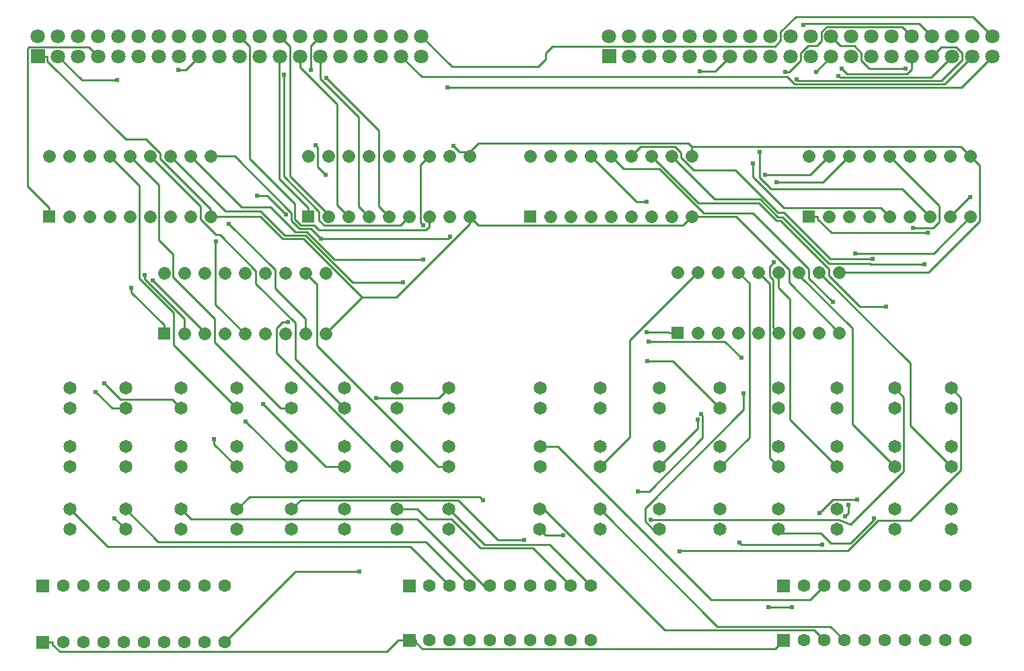
<source format=gtl>
G04 Layer: TopLayer*
G04 EasyEDA v6.4.19.4, 2021-04-30T18:59:06+02:00*
G04 9f706370d961430f8c96474a389d8511,2e57c490b2cc43cca34809fe9e8c30bf,10*
G04 Gerber Generator version 0.2*
G04 Scale: 100 percent, Rotated: No, Reflected: No *
G04 Dimensions in millimeters *
G04 leading zeros omitted , absolute positions ,4 integer and 5 decimal *
%FSLAX45Y45*%
%MOMM*%

%ADD10C,0.2540*%
%ADD11C,0.2600*%
%ADD12C,0.6100*%
%ADD13C,0.6096*%
%ADD14R,1.6000X1.6000*%
%ADD16C,1.8000*%
%ADD17C,1.6510*%
%ADD18C,1.6000*%

%LPD*%
D11*
X12852400Y8991600D02*
G01*
X12502895Y8642095D01*
X10612627Y8642095D01*
X10520172Y8734552D01*
X5921247Y8734552D01*
X5664200Y8991600D01*
X11874500Y4813300D02*
G01*
X11986259Y4701539D01*
X11986259Y3765295D01*
X11376913Y3155950D01*
X11315700Y3098800D01*
X11175491Y3155950D01*
X8802370Y3155950D01*
D10*
X11290300Y3340100D02*
G01*
X11290300Y3238500D01*
X11252200Y3200400D01*
D11*
X11610593Y3158236D02*
G01*
X11313668Y2861563D01*
X11070336Y2861563D01*
X10947400Y2984500D01*
X10445750Y2984500D01*
X10414000Y3016250D01*
D10*
X9918700Y2870200D02*
G01*
X9944100Y2844800D01*
X10960100Y2844800D01*
D11*
X12585700Y4813300D02*
G01*
X12707106Y4691887D01*
X12707106Y3785107D01*
X12069577Y3147311D01*
X11664950Y3147311D01*
X11286230Y2768600D01*
X9169400Y2768600D01*
X9169400Y2755900D01*
X7416800Y4076700D02*
G01*
X7634986Y4076700D01*
X9565386Y2146300D01*
X10807700Y2146300D01*
X10985500Y2324100D01*
D10*
X10287000Y2057400D02*
G01*
X10579100Y2057400D01*
D11*
X7404100Y3289300D02*
G01*
X7458199Y3289300D01*
X8983723Y1764029D01*
X10859770Y1764029D01*
X10985500Y1638300D01*
X11239500Y1638300D02*
G01*
X11066523Y1811276D01*
X9644123Y1811276D01*
X8166100Y3289300D01*
X6273800Y2324100D02*
G01*
X5781040Y2816860D01*
X1971040Y2816860D01*
X1971040Y2816860D01*
X1498600Y3289300D01*
X6527800Y2324100D02*
G01*
X5973063Y2878836D01*
X2607563Y2878836D01*
X2197100Y3289300D01*
X2895600Y3289300D02*
G01*
X3022600Y3162300D01*
X5862574Y3162300D01*
X6700774Y2324100D01*
X6781800Y2324100D01*
X3594100Y3289300D02*
G01*
X3753104Y3448304D01*
X6649974Y3448304D01*
X6692391Y3405886D01*
X7212584Y2903220D02*
G01*
X6882129Y2903220D01*
X6379463Y3405886D01*
X4396486Y3405886D01*
X4279900Y3289300D01*
X7797800Y2324100D02*
G01*
X7320788Y2801112D01*
X6656324Y2801112D01*
X6295136Y3162300D01*
X5993638Y3162300D01*
X5866638Y3289300D01*
X5613400Y3289300D01*
X8051800Y2324100D02*
G01*
X7532624Y2843276D01*
X6707124Y2843276D01*
X6261100Y3289300D01*
X3441700Y1612900D02*
G01*
X4329938Y2501137D01*
X5132834Y2501137D01*
X6261100Y4813300D02*
G01*
X6137147Y4689347D01*
X5348731Y4689347D01*
X5918200Y9245600D02*
G01*
X6301993Y8861805D01*
X7389875Y8861805D01*
X7480300Y8952229D01*
X7480300Y9033763D01*
X7565136Y9118600D01*
X10366756Y9118600D01*
X10439400Y9191244D01*
X10439400Y9299702D01*
X10631424Y9491726D01*
X12860274Y9491726D01*
X13106400Y9245600D01*
X13106400Y8991600D02*
G01*
X12714477Y8599678D01*
X6242304Y8599678D01*
X2679700Y5499100D02*
G01*
X2679700Y5608320D01*
X2679700Y5608320D02*
G01*
X2266188Y6021831D01*
X2266188Y6078981D01*
X2432811Y6242304D02*
G01*
X2432811Y6189726D01*
X2933700Y5688837D01*
X2933700Y5499100D01*
X2533395Y6173470D02*
G01*
X3187700Y5519420D01*
X3187700Y5499100D01*
X3695700Y5499100D02*
G01*
X3325622Y5869178D01*
X3325622Y6655054D01*
X3332988Y6662420D01*
X4584700Y7869936D02*
G01*
X4607813Y7846821D01*
X4607813Y7604505D01*
X4711191Y7501381D01*
X4648200Y9245600D02*
G01*
X4527804Y9125204D01*
X4527804Y8823452D01*
X3850640Y7236968D02*
G01*
X3980688Y7236968D01*
X4216654Y7001002D01*
X4457700Y5499100D02*
G01*
X4457700Y5689092D01*
X4076700Y6070092D01*
X4076700Y6302247D01*
X3496056Y6882892D01*
X6261100Y3822700D02*
G01*
X6130797Y3822700D01*
X4602479Y5351018D01*
X4602479Y6116320D01*
X4457700Y6261100D01*
X5613400Y3822700D02*
G01*
X5529579Y3822700D01*
X4093209Y5259070D01*
X4093209Y5567934D01*
X4167124Y5641847D01*
X4238752Y5641847D01*
X4953000Y3822700D02*
G01*
X4717034Y3822700D01*
X3926331Y4613402D01*
X4279900Y3822700D02*
G01*
X3709415Y4393184D01*
X3594100Y3822700D02*
G01*
X3308858Y4107942D01*
X3308858Y4175252D01*
X10795000Y6972300D02*
G01*
X10904220Y6972300D01*
X10904220Y6972300D02*
G01*
X10904220Y6944868D01*
X11077447Y6771639D01*
X12292329Y6771639D01*
X11074400Y8991600D02*
G01*
X11074400Y8988297D01*
X10885170Y8799068D01*
X11811000Y6972300D02*
G01*
X11701779Y7081520D01*
X10480040Y7081520D01*
X10085577Y7475981D01*
X10085577Y7645654D01*
X11074400Y9245600D02*
G01*
X11193779Y9126220D01*
X11364213Y9126220D01*
X11455400Y9035034D01*
X11455400Y8935465D01*
X11552174Y8838945D01*
X12007595Y8838945D01*
X10172445Y7786623D02*
G01*
X10172445Y7469378D01*
X10320274Y7321804D01*
X11969495Y7321804D01*
X12319000Y6972300D01*
X12820395Y7218934D02*
G01*
X12819634Y7218934D01*
X12573000Y6972300D01*
X7404100Y3035300D02*
G01*
X7478013Y2961386D01*
X7701788Y2961386D01*
X9440163Y4489957D02*
G01*
X9457690Y4472178D01*
X9457690Y4188713D01*
X8782304Y3513073D01*
X8643874Y3513073D01*
X10243820Y7498334D02*
G01*
X10813034Y7498334D01*
X11049000Y7734300D01*
X10930890Y3244850D02*
G01*
X11097768Y3411981D01*
X11397995Y3411981D01*
X12103608Y6834378D02*
G01*
X12358370Y6834378D01*
X12431268Y6907276D01*
X12431268Y7114031D01*
X11811000Y7734300D01*
X10387329Y7404608D02*
G01*
X10973308Y7404608D01*
X11303000Y7734300D01*
X8915400Y3035300D02*
G01*
X8831834Y3035300D01*
X8731758Y3135376D01*
X8731758Y3301745D01*
X9974325Y4544568D01*
X9974325Y4749037D01*
X12090400Y9245600D02*
G01*
X11971274Y9364726D01*
X11017504Y9364726D01*
X10955274Y9302495D01*
X10955274Y9184131D01*
X10897361Y9126220D01*
X10784586Y9126220D01*
X10693400Y9035034D01*
X10693400Y8939021D01*
X10548874Y8794495D01*
X10494772Y8794495D01*
X8753602Y5514847D02*
G01*
X9031731Y5514847D01*
X9034779Y5511800D01*
X9144000Y5511800D02*
G01*
X9034779Y5511800D01*
X12344400Y9245600D02*
G01*
X12182856Y9407144D01*
X10743184Y9407144D01*
X10722102Y9386062D01*
X12598400Y8991600D02*
G01*
X12333477Y8726678D01*
X11186413Y8726678D01*
X11165331Y8747760D01*
X9942068Y5193029D02*
G01*
X9732518Y5402579D01*
X8776461Y5402579D01*
X12344400Y8991600D02*
G01*
X12463779Y9110726D01*
X12649200Y9110726D01*
X12725400Y9034526D01*
X12725400Y8947658D01*
X12462256Y8684260D01*
X10657586Y8684260D01*
X10640059Y8701786D01*
X10351261Y6395465D02*
G01*
X10299700Y6343904D01*
X10299700Y6224523D01*
X10344404Y6180073D01*
X10344404Y5581395D01*
X10414000Y5511800D01*
X12090400Y8991600D02*
G01*
X12090400Y8831834D01*
X12027408Y8768842D01*
X11278870Y8768842D01*
X11206988Y8840724D01*
X8166100Y3822700D02*
G01*
X8540750Y4197350D01*
X8540750Y5416550D01*
X9398000Y6273800D01*
X10922000Y6273800D02*
G01*
X12070588Y5125212D01*
X12070588Y4337812D01*
X12585700Y3822700D01*
X11874500Y3822700D02*
G01*
X11339068Y4358131D01*
X11339068Y5571489D01*
X10668000Y6242557D01*
X10668000Y6273800D01*
X11150600Y3822700D02*
G01*
X10558779Y4414520D01*
X10558779Y5934710D01*
X10414000Y6079744D01*
X10414000Y6273800D01*
X10414000Y3822700D02*
G01*
X10301986Y3934713D01*
X10301986Y6131813D01*
X10160000Y6273800D01*
X9906000Y6273800D02*
G01*
X10045191Y6134607D01*
X10045191Y4190492D01*
X9677400Y3822700D01*
X8915400Y3822700D02*
G01*
X9398000Y4305300D01*
X9398000Y4420615D01*
X9804400Y8991600D02*
G01*
X9616947Y8804147D01*
X9417304Y8804147D01*
X9067800Y7734300D02*
G01*
X9610597Y7191502D01*
X10178541Y7191502D01*
X10403586Y6966712D01*
X10463275Y6966712D01*
X11045697Y6384289D01*
X11563858Y6384289D01*
X11570208Y6377939D01*
X12248895Y6377939D01*
X11768581Y5844539D02*
G01*
X11437365Y5844539D01*
X11049000Y6232652D01*
X11049000Y6311137D01*
X10435843Y6924294D01*
X10386059Y6924294D01*
X10163302Y7146797D01*
X9401302Y7146797D01*
X8813800Y7734300D01*
X8559800Y7734300D02*
G01*
X8678672Y7853171D01*
X9105391Y7853171D01*
X9179813Y7778750D01*
X9179813Y7721854D01*
X9341611Y7560055D01*
X9869931Y7560055D01*
X10406125Y7023862D01*
X10480547Y7023862D01*
X11064747Y6439662D01*
X11593068Y6439662D01*
X11099038Y5895847D02*
G01*
X10795000Y6199886D01*
X10795000Y6312154D01*
X10092436Y7014718D01*
X9473691Y7014718D01*
X8915400Y7572755D01*
X8467343Y7572755D01*
X8305800Y7734300D01*
X9677400Y4559300D02*
G01*
X9081770Y5154929D01*
X8762491Y5154929D01*
X8051800Y7734300D02*
G01*
X8625840Y7160260D01*
X8747759Y7160260D01*
X4495800Y6972300D02*
G01*
X4495800Y7081520D01*
X4140200Y8991600D02*
G01*
X4127500Y8978900D01*
X4127500Y7449820D01*
X4495800Y7081520D01*
X4140200Y9245600D02*
G01*
X4267200Y9118600D01*
X4267200Y7479537D01*
X4749800Y6996937D01*
X4749800Y6972300D01*
X5003800Y6972300D02*
G01*
X4859020Y7117079D01*
X4859020Y8392921D01*
X4394200Y8857742D01*
X4394200Y8991600D01*
X5257800Y6972300D02*
G01*
X5130800Y7099300D01*
X5130800Y8225536D01*
X4648200Y8708136D01*
X4648200Y8991600D01*
X5511800Y6972300D02*
G01*
X5384800Y7099300D01*
X5384800Y8057895D01*
X4723384Y8719312D01*
X4191000Y8759444D02*
G01*
X4191254Y8759444D01*
X4191254Y7479792D01*
X4632706Y7038086D01*
X4632706Y6924294D01*
X4694936Y6862063D01*
X5655818Y6862063D01*
X5765800Y6972300D01*
X3632200Y9245600D02*
G01*
X3759200Y9118600D01*
X3759200Y7701787D01*
X4323588Y7137145D01*
X4323588Y6941820D01*
X4402327Y6863079D01*
X4568190Y6863079D01*
X4629404Y6802120D01*
X5976874Y6802120D01*
X6019800Y6845045D01*
X6019800Y6972300D01*
X2197100Y3035300D02*
G01*
X2057400Y3175000D01*
X5941568Y6865112D02*
G01*
X5910579Y6895845D01*
X5910579Y7625079D01*
X6019800Y7734300D01*
X1854200Y8991600D02*
G01*
X1735073Y9110726D01*
X980694Y9110726D01*
X959612Y9089897D01*
X959612Y7353808D01*
X1231900Y7081520D01*
X1231900Y6972300D02*
G01*
X1231900Y7081520D01*
X1346200Y8991600D02*
G01*
X1644395Y8693404D01*
X2084577Y8693404D01*
X3124200Y8991600D02*
G01*
X2955290Y8822436D01*
X2859531Y8822436D01*
X2197100Y4559300D02*
G01*
X2026411Y4559300D01*
X1817115Y4768595D01*
X9321800Y6972300D02*
G01*
X9212579Y6863079D01*
X6637020Y6863079D01*
X6527800Y6972300D01*
X4711700Y5499100D02*
G01*
X5171693Y5958839D01*
X1211326Y8991600D02*
G01*
X1211326Y8931910D01*
X2196338Y7946897D01*
X2449322Y7946897D01*
X2628900Y7767320D01*
X2628900Y7700771D01*
X3263900Y7065771D01*
X3263900Y6972300D01*
X1092200Y8991600D02*
G01*
X1211326Y8991600D01*
X11376659Y6509257D02*
G01*
X12363958Y6509257D01*
X12827000Y6972300D01*
X6527800Y6972300D02*
G01*
X6527800Y6881621D01*
X5605272Y5958839D01*
X5171693Y5958839D01*
X5171693Y5958839D02*
G01*
X4437125Y6693408D01*
X4174743Y6693408D01*
X3896106Y6972300D01*
X3263900Y6972300D01*
X9321800Y6972300D02*
G01*
X9878822Y6972300D01*
X10546334Y6304787D01*
X10546334Y6141465D01*
X11176000Y5511800D01*
X10477500Y1638300D02*
G01*
X10368279Y1529079D01*
X5931656Y1529079D01*
X5849614Y1610865D01*
X5849614Y1638300D01*
X10477500Y1638300D02*
G01*
X10477500Y1620514D01*
X10444485Y1587500D01*
X5765800Y1638300D02*
G01*
X5849614Y1638300D01*
X1277620Y1612900D02*
G01*
X1277620Y1585468D01*
X1370076Y1493265D01*
X5486145Y1493265D01*
X5631179Y1638300D01*
X1155700Y1612900D02*
G01*
X1277620Y1612900D01*
X5765800Y1638300D02*
G01*
X5631185Y1638300D01*
X11176000Y6273800D02*
G01*
X12297918Y6273800D01*
X12940791Y6916673D01*
X12940791Y7620508D01*
X12827000Y7734300D01*
X9321800Y7853171D02*
G01*
X9321800Y7734300D01*
X9321800Y7853171D02*
G01*
X12708127Y7853171D01*
X12827000Y7734300D01*
X6527800Y7734300D02*
G01*
X6527800Y7791195D01*
X6323584Y7861554D02*
G01*
X6393941Y7791195D01*
X6527800Y7791195D01*
X6280404Y6718808D02*
G01*
X6256020Y6694423D01*
X4652263Y6694423D01*
X4652263Y6694423D02*
G01*
X4526025Y6820662D01*
X4384802Y6820662D01*
X4281424Y6924294D01*
X4281424Y7020813D01*
X3567684Y7734300D01*
X3263900Y7734300D01*
X6527800Y7791195D02*
G01*
X6631940Y7895336D01*
X9279636Y7895336D01*
X9321800Y7853171D01*
X5938265Y6433565D02*
G01*
X4823206Y6433565D01*
X4478274Y6778497D01*
X4333493Y6778497D01*
X4021074Y7090663D01*
X3653536Y7090663D01*
X3009900Y7734300D01*
X5690615Y6146800D02*
G01*
X5050027Y6146800D01*
X4461256Y6735826D01*
X4199890Y6735826D01*
X3895090Y7040626D01*
X3449574Y7040626D01*
X2755900Y7734300D01*
X2501900Y7734300D02*
G01*
X3136900Y7099300D01*
X3136900Y6939787D01*
X3332988Y6743954D01*
X3381502Y6743954D01*
X3835400Y6290055D01*
X3835400Y6130036D01*
X4330700Y5634989D01*
X4330700Y5181600D01*
X4953000Y4559300D01*
X2247900Y7734300D02*
G01*
X2612897Y7369302D01*
X2612897Y6676136D01*
X2788920Y6500113D01*
X2788920Y6214618D01*
X3316986Y5686805D01*
X3316986Y5387847D01*
X4145534Y4559300D01*
X4279900Y4559300D01*
X3594100Y4559300D02*
G01*
X2799588Y5353812D01*
X2799588Y5763260D01*
X2367788Y6195060D01*
X2367788Y7360412D01*
X1993900Y7734300D01*
X1926336Y4874260D02*
G01*
X2129281Y4671313D01*
X2783586Y4671313D01*
X2895600Y4559300D01*
D14*
G01*
X1231900Y6972300D03*
G01*
X4495800Y6972300D03*
G01*
X7289800Y6972300D03*
G01*
X9144000Y5511800D03*
G01*
X10795000Y6972300D03*
G01*
X2679700Y5499100D03*
G36*
X1002200Y9081599D02*
G01*
X1182199Y9081599D01*
X1182199Y8901600D01*
X1002200Y8901600D01*
G37*
D16*
G01*
X1092200Y9245600D03*
G01*
X1346200Y8991600D03*
G01*
X1346200Y9245600D03*
G01*
X1600200Y8991600D03*
G01*
X1600200Y9245600D03*
G01*
X1854200Y8991600D03*
G01*
X1854200Y9245600D03*
G01*
X2108200Y8991600D03*
G01*
X2108200Y9245600D03*
G01*
X2362200Y8991600D03*
G01*
X2362200Y9245600D03*
G01*
X2616200Y8991600D03*
G01*
X2616200Y9245600D03*
G01*
X2870200Y8991600D03*
G01*
X2870200Y9245600D03*
G01*
X3124200Y8991600D03*
G01*
X3124200Y9245600D03*
G01*
X3378200Y8991600D03*
G01*
X3378200Y9245600D03*
G01*
X3632200Y8991600D03*
G01*
X3632200Y9245600D03*
G01*
X3886200Y8991600D03*
G01*
X3886200Y9245600D03*
G01*
X4140200Y8991600D03*
G01*
X4140200Y9245600D03*
G01*
X4394200Y8991600D03*
G01*
X4394200Y9245600D03*
G01*
X4648200Y8991600D03*
G01*
X4648200Y9245600D03*
G01*
X4902200Y8991600D03*
G01*
X4902200Y9245600D03*
G01*
X5156200Y8991600D03*
G01*
X5156200Y9245600D03*
G01*
X5410200Y8991600D03*
G01*
X5410200Y9245600D03*
G01*
X5664200Y8991600D03*
G01*
X5664200Y9245600D03*
G01*
X5918200Y8991600D03*
G01*
X5918200Y9245600D03*
G36*
X8190400Y9081599D02*
G01*
X8370399Y9081599D01*
X8370399Y8901600D01*
X8190400Y8901600D01*
G37*
G01*
X8280400Y9245600D03*
G01*
X8534400Y8991600D03*
G01*
X8534400Y9245600D03*
G01*
X8788400Y8991600D03*
G01*
X8788400Y9245600D03*
G01*
X9042400Y8991600D03*
G01*
X9042400Y9245600D03*
G01*
X9296400Y8991600D03*
G01*
X9296400Y9245600D03*
G01*
X9550400Y8991600D03*
G01*
X9550400Y9245600D03*
G01*
X9804400Y8991600D03*
G01*
X9804400Y9245600D03*
G01*
X10058400Y8991600D03*
G01*
X10058400Y9245600D03*
G01*
X10312400Y8991600D03*
G01*
X10312400Y9245600D03*
G01*
X10566400Y8991600D03*
G01*
X10566400Y9245600D03*
G01*
X10820400Y8991600D03*
G01*
X10820400Y9245600D03*
G01*
X11074400Y8991600D03*
G01*
X11074400Y9245600D03*
G01*
X11328400Y8991600D03*
G01*
X11328400Y9245600D03*
G01*
X11582400Y8991600D03*
G01*
X11582400Y9245600D03*
G01*
X11836400Y8991600D03*
G01*
X11836400Y9245600D03*
G01*
X12090400Y8991600D03*
G01*
X12090400Y9245600D03*
G01*
X12344400Y8991600D03*
G01*
X12344400Y9245600D03*
G01*
X12598400Y8991600D03*
G01*
X12598400Y9245600D03*
G01*
X12852400Y8991600D03*
G01*
X12852400Y9245600D03*
G01*
X13106400Y8991600D03*
G01*
X13106400Y9245600D03*
D17*
G01*
X1498600Y4813300D03*
G01*
X1498600Y4559300D03*
G01*
X2197100Y4813300D03*
G01*
X2197100Y4559300D03*
G01*
X2895600Y4813300D03*
G01*
X2895600Y4559300D03*
G01*
X3594100Y4813300D03*
G01*
X3594100Y4559300D03*
G01*
X4279900Y4813300D03*
G01*
X4279900Y4559300D03*
G01*
X4953000Y4813300D03*
G01*
X4953000Y4559300D03*
G01*
X5613400Y4813300D03*
G01*
X5613400Y4559300D03*
G01*
X6261100Y4813300D03*
G01*
X6261100Y4559300D03*
G01*
X6261100Y4076700D03*
G01*
X6261100Y3822700D03*
G01*
X5613400Y4076700D03*
G01*
X5613400Y3822700D03*
G01*
X4953000Y4076700D03*
G01*
X4953000Y3822700D03*
G01*
X4279900Y4076700D03*
G01*
X4279900Y3822700D03*
G01*
X3594100Y4076700D03*
G01*
X3594100Y3822700D03*
G01*
X2895600Y4076700D03*
G01*
X2895600Y3822700D03*
G01*
X2197100Y4076700D03*
G01*
X2197100Y3822700D03*
G01*
X1498600Y4076700D03*
G01*
X1498600Y3822700D03*
G01*
X6261100Y3289300D03*
G01*
X6261100Y3035300D03*
G01*
X5613400Y3289300D03*
G01*
X5613400Y3035300D03*
G01*
X4953000Y3289300D03*
G01*
X4953000Y3035300D03*
G01*
X4279900Y3289300D03*
G01*
X4279900Y3035300D03*
G01*
X3594100Y3289300D03*
G01*
X3594100Y3035300D03*
G01*
X2895600Y3289300D03*
G01*
X2895600Y3035300D03*
G01*
X2197100Y3289300D03*
G01*
X2197100Y3035300D03*
G01*
X1498600Y3289300D03*
G01*
X1498600Y3035300D03*
G01*
X12585700Y4813300D03*
G01*
X12585700Y4559300D03*
G01*
X11874500Y4813300D03*
G01*
X11874500Y4559300D03*
G01*
X11150600Y4813300D03*
G01*
X11150600Y4559300D03*
G01*
X10414000Y4813300D03*
G01*
X10414000Y4559300D03*
G01*
X9677400Y4813300D03*
G01*
X9677400Y4559300D03*
G01*
X8915400Y4813300D03*
G01*
X8915400Y4559300D03*
G01*
X8166100Y4813300D03*
G01*
X8166100Y4559300D03*
G01*
X7416800Y4813300D03*
G01*
X7416800Y4559300D03*
G01*
X12585700Y4076700D03*
G01*
X12585700Y3822700D03*
G01*
X11874500Y4076700D03*
G01*
X11874500Y3822700D03*
G01*
X11150600Y4076700D03*
G01*
X11150600Y3822700D03*
G01*
X10414000Y4076700D03*
G01*
X10414000Y3822700D03*
G01*
X9677400Y4076700D03*
G01*
X9677400Y3822700D03*
G01*
X8915400Y4076700D03*
G01*
X8915400Y3822700D03*
G01*
X8166100Y4076700D03*
G01*
X8166100Y3822700D03*
G01*
X7416800Y4076700D03*
G01*
X7416800Y3822700D03*
G01*
X12585700Y3289300D03*
G01*
X12585700Y3035300D03*
G01*
X11874500Y3289300D03*
G01*
X11874500Y3035300D03*
G01*
X11150600Y3289300D03*
G01*
X11150600Y3035300D03*
G01*
X10414000Y3289300D03*
G01*
X10414000Y3035300D03*
G01*
X9677400Y3289300D03*
G01*
X9677400Y3035300D03*
G01*
X8915400Y3289300D03*
G01*
X8915400Y3035300D03*
G01*
X8166100Y3289300D03*
G01*
X8166100Y3035300D03*
G01*
X7404100Y3289300D03*
G01*
X7404100Y3035300D03*
D18*
G01*
X3187700Y2324100D03*
G01*
X2933700Y2324100D03*
G01*
X2679700Y2324100D03*
G01*
X2425700Y2324100D03*
G01*
X2171700Y2324100D03*
G01*
X1917700Y2324100D03*
G01*
X1663700Y2324100D03*
G01*
X1409700Y2324100D03*
G36*
X1075700Y2404099D02*
G01*
X1235699Y2404099D01*
X1235699Y2244100D01*
X1075700Y2244100D01*
G37*
G01*
X3441700Y2324100D03*
G01*
X3187700Y1612900D03*
G01*
X2933700Y1612900D03*
G01*
X2679700Y1612900D03*
G01*
X2425700Y1612900D03*
G01*
X2171700Y1612900D03*
G01*
X1917700Y1612900D03*
G01*
X1663700Y1612900D03*
G01*
X1409700Y1612900D03*
G36*
X1075700Y1692899D02*
G01*
X1235699Y1692899D01*
X1235699Y1532900D01*
X1075700Y1532900D01*
G37*
G01*
X3441700Y1612900D03*
G01*
X7797800Y2324100D03*
G01*
X7543800Y2324100D03*
G01*
X7289800Y2324100D03*
G01*
X7035800Y2324100D03*
G01*
X6781800Y2324100D03*
G01*
X6527800Y2324100D03*
G01*
X6273800Y2324100D03*
G01*
X6019800Y2324100D03*
G36*
X5685800Y2404099D02*
G01*
X5845799Y2404099D01*
X5845799Y2244100D01*
X5685800Y2244100D01*
G37*
G01*
X8051800Y2324100D03*
G01*
X7797800Y1638300D03*
G01*
X7543800Y1638300D03*
G01*
X7289800Y1638300D03*
G01*
X7035800Y1638300D03*
G01*
X6781800Y1638300D03*
G01*
X6527800Y1638300D03*
G01*
X6273800Y1638300D03*
G01*
X6019800Y1638300D03*
G36*
X5685800Y1718299D02*
G01*
X5845799Y1718299D01*
X5845799Y1558300D01*
X5685800Y1558300D01*
G37*
G01*
X8051800Y1638300D03*
G01*
X12509500Y2324100D03*
G01*
X12255500Y2324100D03*
G01*
X12001500Y2324100D03*
G01*
X11747500Y2324100D03*
G01*
X11493500Y2324100D03*
G01*
X11239500Y2324100D03*
G01*
X10985500Y2324100D03*
G01*
X10731500Y2324100D03*
G36*
X10397500Y2404099D02*
G01*
X10557499Y2404099D01*
X10557499Y2244100D01*
X10397500Y2244100D01*
G37*
G01*
X12763500Y2324100D03*
G01*
X12509500Y1638300D03*
G01*
X12255500Y1638300D03*
G01*
X12001500Y1638300D03*
G01*
X11747500Y1638300D03*
G01*
X11493500Y1638300D03*
G01*
X11239500Y1638300D03*
G01*
X10985500Y1638300D03*
G01*
X10731500Y1638300D03*
G36*
X10397500Y1718299D02*
G01*
X10557499Y1718299D01*
X10557499Y1558300D01*
X10397500Y1558300D01*
G37*
G01*
X12763500Y1638300D03*
D12*
G01*
X8802370Y3155950D03*
G01*
X9169400Y2755900D03*
G01*
X6692391Y3405886D03*
G01*
X7212584Y2903220D03*
G01*
X5132831Y2501137D03*
G01*
X5348731Y4689347D03*
G01*
X6242304Y8599678D03*
G01*
X2266188Y6078981D03*
G01*
X2432811Y6242304D03*
G01*
X2533395Y6173470D03*
G01*
X3332988Y6662420D03*
G01*
X4584700Y7869936D03*
G01*
X4711191Y7501381D03*
G01*
X4527804Y8823452D03*
G01*
X3850640Y7236968D03*
G01*
X4216654Y7001002D03*
G01*
X3496056Y6882892D03*
G01*
X4238752Y5641847D03*
G01*
X3926331Y4613402D03*
G01*
X3709415Y4393184D03*
G01*
X3308858Y4175252D03*
G01*
X12292329Y6771639D03*
G01*
X10885170Y8799068D03*
G01*
X10085577Y7645654D03*
G01*
X12007595Y8838945D03*
G01*
X10172445Y7786623D03*
G01*
X12820395Y7218934D03*
G01*
X7701788Y2961386D03*
G01*
X8643874Y3513073D03*
G01*
X9440163Y4489957D03*
G01*
X10243820Y7498334D03*
G01*
X10930890Y3244850D03*
G01*
X11397995Y3411981D03*
G01*
X12103608Y6834378D03*
G01*
X11610593Y3177286D03*
G01*
X9974325Y4749037D03*
G01*
X10387329Y7404608D03*
G01*
X10494772Y8794495D03*
G01*
X8753602Y5514847D03*
G01*
X10722102Y9386062D03*
G01*
X11165331Y8747760D03*
G01*
X10640059Y8701786D03*
G01*
X8776461Y5402579D03*
G01*
X9942068Y5193029D03*
G01*
X11206988Y8840724D03*
G01*
X10351261Y6395465D03*
G01*
X9398000Y4420615D03*
G01*
X9417304Y8804147D03*
G01*
X12248895Y6377939D03*
G01*
X11768581Y5844539D03*
G01*
X11593068Y6439662D03*
G01*
X11099038Y5895847D03*
G01*
X8762491Y5154929D03*
G01*
X8747759Y7160260D03*
G01*
X4723384Y8719312D03*
G01*
X4191000Y8759444D03*
G01*
X2057400Y3175000D03*
G01*
X5941568Y6865112D03*
G01*
X2084577Y8693404D03*
G01*
X2859531Y8822436D03*
G01*
X1817115Y4768595D03*
G01*
X11376659Y6509257D03*
G01*
X6323584Y7861554D03*
G01*
X4652263Y6694423D03*
G01*
X6280404Y6718808D03*
G01*
X5938265Y6433565D03*
G01*
X5690615Y6146800D03*
G01*
X1926336Y4874260D03*
D13*
G01*
X10287000Y2057400D03*
G01*
X10579100Y2057400D03*
G01*
X9918700Y2870200D03*
G01*
X10960100Y2844800D03*
G01*
X11290300Y3340100D03*
G01*
X11252200Y3200400D03*
D18*
X1739900Y7734300D02*
G01*
X1739900Y7734300D01*
X1993900Y7734300D02*
G01*
X1993900Y7734300D01*
X2247900Y7734300D02*
G01*
X2247900Y7734300D01*
X2501900Y7734300D02*
G01*
X2501900Y7734300D01*
X2755900Y7734300D02*
G01*
X2755900Y7734300D01*
X3009900Y7734300D02*
G01*
X3009900Y7734300D01*
X3263900Y7734300D02*
G01*
X3263900Y7734300D01*
X3263900Y6972300D02*
G01*
X3263900Y6972300D01*
X1485900Y7734300D02*
G01*
X1485900Y7734300D01*
X1231900Y7734300D02*
G01*
X1231900Y7734300D01*
X3009900Y6972300D02*
G01*
X3009900Y6972300D01*
X2755900Y6972300D02*
G01*
X2755900Y6972300D01*
X2501900Y6972300D02*
G01*
X2501900Y6972300D01*
X2247900Y6972300D02*
G01*
X2247900Y6972300D01*
X1993900Y6972300D02*
G01*
X1993900Y6972300D01*
X1739900Y6972300D02*
G01*
X1739900Y6972300D01*
X1485900Y6972300D02*
G01*
X1485900Y6972300D01*
X5003800Y7734300D02*
G01*
X5003800Y7734300D01*
X5257800Y7734300D02*
G01*
X5257800Y7734300D01*
X5511800Y7734300D02*
G01*
X5511800Y7734300D01*
X5765800Y7734300D02*
G01*
X5765800Y7734300D01*
X6019800Y7734300D02*
G01*
X6019800Y7734300D01*
X6273800Y7734300D02*
G01*
X6273800Y7734300D01*
X6527800Y7734300D02*
G01*
X6527800Y7734300D01*
X6527800Y6972300D02*
G01*
X6527800Y6972300D01*
X4749800Y7734300D02*
G01*
X4749800Y7734300D01*
X4495800Y7734300D02*
G01*
X4495800Y7734300D01*
X6273800Y6972300D02*
G01*
X6273800Y6972300D01*
X6019800Y6972300D02*
G01*
X6019800Y6972300D01*
X5765800Y6972300D02*
G01*
X5765800Y6972300D01*
X5511800Y6972300D02*
G01*
X5511800Y6972300D01*
X5257800Y6972300D02*
G01*
X5257800Y6972300D01*
X5003800Y6972300D02*
G01*
X5003800Y6972300D01*
X4749800Y6972300D02*
G01*
X4749800Y6972300D01*
X7797800Y7734300D02*
G01*
X7797800Y7734300D01*
X8051800Y7734300D02*
G01*
X8051800Y7734300D01*
X8305800Y7734300D02*
G01*
X8305800Y7734300D01*
X8559800Y7734300D02*
G01*
X8559800Y7734300D01*
X8813800Y7734300D02*
G01*
X8813800Y7734300D01*
X9067800Y7734300D02*
G01*
X9067800Y7734300D01*
X9321800Y7734300D02*
G01*
X9321800Y7734300D01*
X9321800Y6972300D02*
G01*
X9321800Y6972300D01*
X7543800Y7734300D02*
G01*
X7543800Y7734300D01*
X7289800Y7734300D02*
G01*
X7289800Y7734300D01*
X9067800Y6972300D02*
G01*
X9067800Y6972300D01*
X8813800Y6972300D02*
G01*
X8813800Y6972300D01*
X8559800Y6972300D02*
G01*
X8559800Y6972300D01*
X8305800Y6972300D02*
G01*
X8305800Y6972300D01*
X8051800Y6972300D02*
G01*
X8051800Y6972300D01*
X7797800Y6972300D02*
G01*
X7797800Y6972300D01*
X7543800Y6972300D02*
G01*
X7543800Y6972300D01*
X9652000Y6273800D02*
G01*
X9652000Y6273800D01*
X9906000Y6273800D02*
G01*
X9906000Y6273800D01*
X10160000Y6273800D02*
G01*
X10160000Y6273800D01*
X10414000Y6273800D02*
G01*
X10414000Y6273800D01*
X10668000Y6273800D02*
G01*
X10668000Y6273800D01*
X10922000Y6273800D02*
G01*
X10922000Y6273800D01*
X11176000Y6273800D02*
G01*
X11176000Y6273800D01*
X11176000Y5511800D02*
G01*
X11176000Y5511800D01*
X9398000Y6273800D02*
G01*
X9398000Y6273800D01*
X9144000Y6273800D02*
G01*
X9144000Y6273800D01*
X10922000Y5511800D02*
G01*
X10922000Y5511800D01*
X10668000Y5511800D02*
G01*
X10668000Y5511800D01*
X10414000Y5511800D02*
G01*
X10414000Y5511800D01*
X10160000Y5511800D02*
G01*
X10160000Y5511800D01*
X9906000Y5511800D02*
G01*
X9906000Y5511800D01*
X9652000Y5511800D02*
G01*
X9652000Y5511800D01*
X9398000Y5511800D02*
G01*
X9398000Y5511800D01*
X11303000Y7734300D02*
G01*
X11303000Y7734300D01*
X11557000Y7734300D02*
G01*
X11557000Y7734300D01*
X11811000Y7734300D02*
G01*
X11811000Y7734300D01*
X12065000Y7734300D02*
G01*
X12065000Y7734300D01*
X12319000Y7734300D02*
G01*
X12319000Y7734300D01*
X12573000Y7734300D02*
G01*
X12573000Y7734300D01*
X12827000Y7734300D02*
G01*
X12827000Y7734300D01*
X12827000Y6972300D02*
G01*
X12827000Y6972300D01*
X11049000Y7734300D02*
G01*
X11049000Y7734300D01*
X10795000Y7734300D02*
G01*
X10795000Y7734300D01*
X12573000Y6972300D02*
G01*
X12573000Y6972300D01*
X12319000Y6972300D02*
G01*
X12319000Y6972300D01*
X12065000Y6972300D02*
G01*
X12065000Y6972300D01*
X11811000Y6972300D02*
G01*
X11811000Y6972300D01*
X11557000Y6972300D02*
G01*
X11557000Y6972300D01*
X11303000Y6972300D02*
G01*
X11303000Y6972300D01*
X11049000Y6972300D02*
G01*
X11049000Y6972300D01*
X3187700Y6261100D02*
G01*
X3187700Y6261100D01*
X3441700Y6261100D02*
G01*
X3441700Y6261100D01*
X3695700Y6261100D02*
G01*
X3695700Y6261100D01*
X3949700Y6261100D02*
G01*
X3949700Y6261100D01*
X4203700Y6261100D02*
G01*
X4203700Y6261100D01*
X4457700Y6261100D02*
G01*
X4457700Y6261100D01*
X4711700Y6261100D02*
G01*
X4711700Y6261100D01*
X4711700Y5499100D02*
G01*
X4711700Y5499100D01*
X2933700Y6261100D02*
G01*
X2933700Y6261100D01*
X2679700Y6261100D02*
G01*
X2679700Y6261100D01*
X4457700Y5499100D02*
G01*
X4457700Y5499100D01*
X4203700Y5499100D02*
G01*
X4203700Y5499100D01*
X3949700Y5499100D02*
G01*
X3949700Y5499100D01*
X3695700Y5499100D02*
G01*
X3695700Y5499100D01*
X3441700Y5499100D02*
G01*
X3441700Y5499100D01*
X3187700Y5499100D02*
G01*
X3187700Y5499100D01*
X2933700Y5499100D02*
G01*
X2933700Y5499100D01*
M02*

</source>
